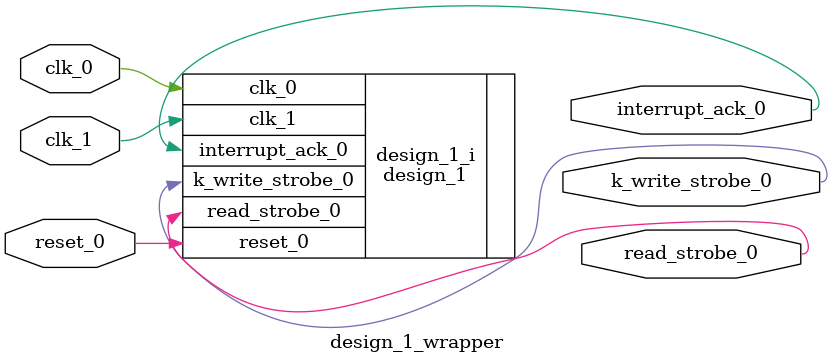
<source format=v>
`timescale 1 ps / 1 ps

module design_1_wrapper
   (clk_0,
    clk_1,
    interrupt_ack_0,
    k_write_strobe_0,
    read_strobe_0,
    reset_0);
  input clk_0;
  input clk_1;
  output interrupt_ack_0;
  output k_write_strobe_0;
  output read_strobe_0;
  input reset_0;

  wire clk_0;
  wire clk_1;
  wire interrupt_ack_0;
  wire k_write_strobe_0;
  wire read_strobe_0;
  wire reset_0;

  design_1 design_1_i
       (.clk_0(clk_0),
        .clk_1(clk_1),
        .interrupt_ack_0(interrupt_ack_0),
        .k_write_strobe_0(k_write_strobe_0),
        .read_strobe_0(read_strobe_0),
        .reset_0(reset_0));
endmodule

</source>
